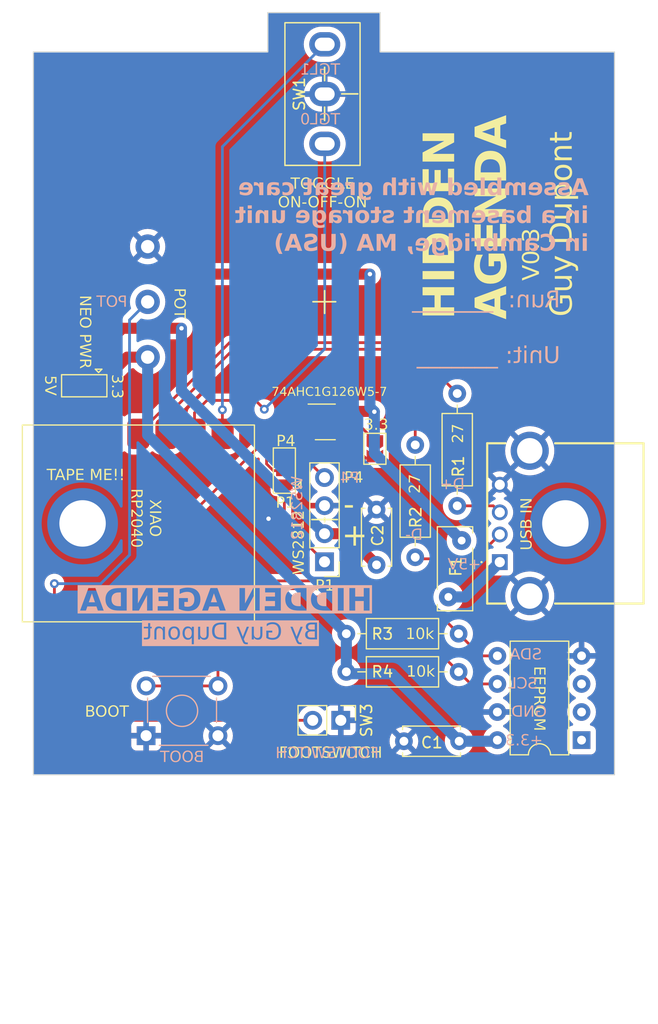
<source format=kicad_pcb>
(kicad_pcb (version 20221018) (generator pcbnew)
  (layers (0 "F.Cu" signal) (31 "B.Cu" signal) (34 "B.Paste" user) (35 "F.Paste" user) (36 "B.SilkS" user "B.Silkscreen") (37 "F.SilkS" user "F.Silkscreen") (38 "B.Mask" user) (39 "F.Mask" user) (44 "Edge.Cuts" user))
  (net 0 "")
  (net 1 "+5V")
  (net 2 "NEO_P1")
  (net 3 "GND")
  (net 4 "NEO")
  (net 5 "HOST_DM")
  (net 6 "HOST_DP")
  (net 7 "+3.3V")
  (net 8 "KNOB")
  (net 9 "SW_0")
  (net 10 "SW_1")
  (net 11 "SOFT_BOOT")
  (net 12 "FOOT_SW")
  (net 13 "SCL")
  (net 14 "NEO_3V")
  (net 15 "SDA")
  (net 16 "NEO_PWR")
  (net 17 "Net-(J1-V+)")
  (net 18 "NEO_P4")
  (net 19 "Net-(U1-PA6_A10_D10_MOSI)")
  (net 20 "Net-(U1-PA5_A9_D9_MISO)")
  (footprint "Jumper:SolderJumper-3_P1.3mm_Open_Pad1.0x1.5mm" (layer "F.Cu") (at 120.55 59.15 180)
    (fp_text reference "JP2" hide)
    (fp_text value "Jumper_3_Open")
    (fp_line (start -2.05 -1) (end 2.05 -1) (stroke (width 0.12)) (layer "F.SilkS"))
    (fp_line (start -2.05 1) (end -2.05 -1) (stroke (width 0.12)) (layer "F.SilkS"))
    (fp_line (start -1.6 1.5) (end -1 1.5) (stroke (width 0.12)) (layer "F.SilkS"))
    (fp_line (start -1.3 1.2) (end -1.6 1.5) (stroke (width 0.12)) (layer "F.SilkS"))
    (fp_line (start -1.3 1.2) (end -1 1.5) (stroke (width 0.12)) (layer "F.SilkS"))
    (fp_line (start 2.05 -1) (end 2.05 1) (stroke (width 0.12)) (layer "F.SilkS"))
    (fp_line (start 2.05 1) (end -2.05 1) (stroke (width 0.12)) (layer "F.SilkS"))
    (pad "1" smd rect (at -1.3 0 180) (size 1 1.5) (layers "F.Cu" "F.Mask") (net 7 "+3.3V"))
    (pad "2" smd rect (at 0 0 180) (size 1 1.5) (layers "F.Cu" "F.Mask") (net 16 "NEO_PWR"))
    (pad "3" smd rect (at 1.3 0 180) (size 1 1.5) (layers "F.Cu" "F.Mask") (net 1 "+5V"))
  )
  (footprint "Button_Switch_THT:GuitarPedalParts_SPDT" (layer "F.Cu") (at 142.3104 32.766 90)
    (fp_text reference "SW1" (at 0 -2.3 90 unlocked) (layer "F.SilkS"))
    (fp_text value "SW_SPDT")
    (fp_rect (start -6.45 -3.6) (end 6.45 3.2) (stroke (width 0.12)) (fill none) (layer "F.SilkS"))
    (fp_rect (start -6.45 -3.6) (end 6.45 3.2) (stroke (width 0.12)) (fill none) (layer "F.SilkS"))
    (pad "1" thru_hole oval (at -4.5 0 180) (size 2.8 2.2) (drill oval 1.8 1.2) (layers "*.Cu" "*.Mask") (net 9 "SW_0"))
    (pad "2" thru_hole oval (at 0 0 180) (size 2.8 2.2) (drill oval 1.8 1.2) (layers "*.Cu" "*.Mask") (net 3 "GND"))
    (pad "3" thru_hole oval (at 4.5 0 180) (size 2.8 2.2) (drill oval 1.8 1.2) (layers "*.Cu" "*.Mask") (net 10 "SW_1"))
  )
  (footprint "Package_TO_SOT_SMD:SOT-23-5_HandSoldering" (layer "F.Cu") (at 142.3632 62.418)
    (fp_text reference "U3" hide)
    (fp_text value "74AHC1G126W5-7")
    (fp_line (start -0.9 1.61) (end 0.9 1.61) (stroke (width 0.12)) (layer "F.SilkS"))
    (fp_line (start 0.9 -1.61) (end -1.55 -1.61) (stroke (width 0.12)) (layer "F.SilkS"))
    (pad "1" smd rect (at -1.35 -0.95) (size 1.56 0.65) (layers "F.Cu" "F.Paste" "F.Mask") (net 1 "+5V"))
    (pad "2" smd rect (at -1.35 0) (size 1.56 0.65) (layers "F.Cu" "F.Paste" "F.Mask") (net 14 "NEO_3V"))
    (pad "3" smd rect (at -1.35 0.95) (size 1.56 0.65) (layers "F.Cu" "F.Paste" "F.Mask") (net 3 "GND"))
    (pad "4" smd rect (at 1.35 0.95) (size 1.56 0.65) (layers "F.Cu" "F.Paste" "F.Mask") (net 4 "NEO"))
    (pad "5" smd rect (at 1.35 -0.95) (size 1.56 0.65) (layers "F.Cu" "F.Paste" "F.Mask") (net 1 "+5V"))
  )
  (footprint "Resistor_THT:R_Axial_DIN0207_L6.3mm_D2.5mm_P10.16mm_Horizontal" (layer "F.Cu") (at 154.425 85.025 180)
    (fp_text reference "R4" (at 6.9 0) (layer "F.SilkS"))
    (fp_text value "10k")
    (fp_line (start 1.04 0) (end 1.81 0) (stroke (width 0.12)) (layer "F.SilkS"))
    (fp_line (start 1.81 -1.37) (end 1.81 1.37) (stroke (width 0.12)) (layer "F.SilkS"))
    (fp_line (start 1.81 1.37) (end 8.35 1.37) (stroke (width 0.12)) (layer "F.SilkS"))
    (fp_line (start 8.35 -1.37) (end 1.81 -1.37) (stroke (width 0.12)) (layer "F.SilkS"))
    (fp_line (start 8.35 1.37) (end 8.35 -1.37) (stroke (width 0.12)) (layer "F.SilkS"))
    (fp_line (start 9.12 0) (end 8.35 0) (stroke (width 0.12)) (layer "F.SilkS"))
    (pad "1" thru_hole circle (at 0 0 180) (size 1.6 1.6) (drill 0.8) (layers "*.Cu" "*.Mask") (net 13 "SCL"))
    (pad "2" thru_hole oval (at 10.16 0 180) (size 1.6 1.6) (drill 0.8) (layers "*.Cu" "*.Mask") (net 7 "+3.3V"))
  )
  (footprint "Package_DIP:DIP-8_W7.62mm" (layer "F.Cu") (at 165.55 91.2 180)
    (fp_text reference "U2" hide)
    (fp_text value "24LC01")
    (fp_line (start 1.16 -1.33) (end 1.16 8.95) (stroke (width 0.12)) (layer "F.SilkS"))
    (fp_line (start 1.16 8.95) (end 6.46 8.95) (stroke (width 0.12)) (layer "F.SilkS"))
    (fp_line (start 2.81 -1.33) (end 1.16 -1.33) (stroke (width 0.12)) (layer "F.SilkS"))
    (fp_line (start 6.46 -1.33) (end 4.81 -1.33) (stroke (width 0.12)) (layer "F.SilkS"))
    (fp_line (start 6.46 8.95) (end 6.46 -1.33) (stroke (width 0.12)) (layer "F.SilkS"))
    (fp_arc (start 4.81 -1.33) (mid 3.81 -0.33) (end 2.81 -1.33) (stroke (width 0.12)) (layer "F.SilkS"))
    (pad "1" thru_hole rect (at 0 0 180) (size 1.6 1.6) (drill 0.8) (layers "*.Cu" "*.Mask"))
    (pad "2" thru_hole oval (at 0 2.54 180) (size 1.6 1.6) (drill 0.8) (layers "*.Cu" "*.Mask"))
    (pad "3" thru_hole oval (at 0 5.08 180) (size 1.6 1.6) (drill 0.8) (layers "*.Cu" "*.Mask"))
    (pad "4" thru_hole oval (at 0 7.62 180) (size 1.6 1.6) (drill 0.8) (layers "*.Cu" "*.Mask") (net 3 "GND"))
    (pad "5" thru_hole oval (at 7.62 7.62 180) (size 1.6 1.6) (drill 0.8) (layers "*.Cu" "*.Mask") (net 15 "SDA"))
    (pad "6" thru_hole oval (at 7.62 5.08 180) (size 1.6 1.6) (drill 0.8) (layers "*.Cu" "*.Mask") (net 13 "SCL"))
    (pad "7" thru_hole oval (at 7.62 2.54 180) (size 1.6 1.6) (drill 0.8) (layers "*.Cu" "*.Mask") (net 3 "GND"))
    (pad "8" thru_hole oval (at 7.62 0 180) (size 1.6 1.6) (drill 0.8) (layers "*.Cu" "*.Mask") (net 7 "+3.3V"))
  )
  (footprint "Resistor_THT:R_Axial_DIN0207_L6.3mm_D2.5mm_P10.16mm_Horizontal" (layer "F.Cu") (at 150.5 64.5 -90)
    (fp_text reference "R2" (at 6.55 -0.05 90) (layer "F.SilkS"))
    (fp_text value "27")
    (fp_line (start 1.04 0) (end 1.81 0) (stroke (width 0.12)) (layer "F.SilkS"))
    (fp_line (start 1.81 -1.37) (end 1.81 1.37) (stroke (width 0.12)) (layer "F.SilkS"))
    (fp_line (start 1.81 1.37) (end 8.35 1.37) (stroke (width 0.12)) (layer "F.SilkS"))
    (fp_line (start 8.35 -1.37) (end 1.81 -1.37) (stroke (width 0.12)) (layer "F.SilkS"))
    (fp_line (start 8.35 1.37) (end 8.35 -1.37) (stroke (width 0.12)) (layer "F.SilkS"))
    (fp_line (start 9.12 0) (end 8.35 0) (stroke (width 0.12)) (layer "F.SilkS"))
    (pad "1" thru_hole circle (at 0 0 270) (size 1.6 1.6) (drill 0.8) (layers "*.Cu" "*.Mask") (net 20 "Net-(U1-PA5_A9_D9_MISO)"))
    (pad "2" thru_hole oval (at 10.16 0 270) (size 1.6 1.6) (drill 0.8) (layers "*.Cu" "*.Mask") (net 5 "HOST_DM"))
  )
  (footprint "Capacitor_THT:C_Disc_D5.0mm_W2.5mm_P5.00mm" (layer "F.Cu") (at 154.475 91.3 180)
    (fp_text reference "C1" (at 2.475 -0.125) (layer "F.SilkS"))
    (fp_text value "C")
    (fp_line (start -0.12 -1.37) (end -0.12 -1.055) (stroke (width 0.12)) (layer "F.SilkS"))
    (fp_line (start -0.12 -1.37) (end 5.12 -1.37) (stroke (width 0.12)) (layer "F.SilkS"))
    (fp_line (start -0.12 1.055) (end -0.12 1.37) (stroke (width 0.12)) (layer "F.SilkS"))
    (fp_line (start -0.12 1.37) (end 5.12 1.37) (stroke (width 0.12)) (layer "F.SilkS"))
    (fp_line (start 5.12 -1.37) (end 5.12 -1.055) (stroke (width 0.12)) (layer "F.SilkS"))
    (fp_line (start 5.12 1.055) (end 5.12 1.37) (stroke (width 0.12)) (layer "F.SilkS"))
    (pad "1" thru_hole circle (at 0 0 180) (size 1.6 1.6) (drill 0.8) (layers "*.Cu" "*.Mask") (net 7 "+3.3V"))
    (pad "2" thru_hole circle (at 5 0 180) (size 1.6 1.6) (drill 0.8) (layers "*.Cu" "*.Mask") (net 3 "GND"))
  )
  (footprint "Potentiometer_THT:B5K_Potentiometer" (layer "F.Cu") (at 126.2888 51.562 -90)
    (fp_text reference "RV1" hide)
    (fp_text value "R_Potentiometer")
    (pad "1" thru_hole circle (at 5 0 270) (size 2.2 2.2) (drill 1.2) (layers "*.Cu" "*.Mask") (net 7 "+3.3V"))
    (pad "2" thru_hole circle (at 0 0 270) (size 2.2 2.2) (drill 1.2) (layers "*.Cu" "*.Mask") (net 8 "KNOB"))
    (pad "3" thru_hole circle (at -5 0 270) (size 2.2 2.2) (drill 1.2) (layers "*.Cu" "*.Mask") (net 3 "GND"))
  )
  (footprint "Fuse:Fuse_Bourns_MF-RHT050" (layer "F.Cu") (at 153.5 78.25 90)
    (fp_text reference "F1" (at 2.75 0.675 90) (layer "F.SilkS"))
    (fp_text value "Polyfuse")
    (fp_line (start -1.251 -1) (end -1.251 2.2) (stroke (width 0.12)) (layer "F.SilkS"))
    (fp_line (start -1.251 -1) (end -0.689 -1) (stroke (width 0.12)) (layer "F.SilkS"))
    (fp_line (start -1.251 2.2) (end 4.412 2.2) (stroke (width 0.12)) (layer "F.SilkS"))
    (fp_line (start 0.689 -1) (end 6.35 -1) (stroke (width 0.12)) (layer "F.SilkS"))
    (fp_line (start 5.789 2.2) (end 6.35 2.2) (stroke (width 0.12)) (layer "F.SilkS"))
    (fp_line (start 6.35 -1) (end 6.35 2.2) (stroke (width 0.12)) (layer "F.SilkS"))
    (pad "1" thru_hole circle (at 0 0 90) (size 1.71 1.71) (drill 0.71) (layers "*.Cu" "*.Mask") (net 17 "Net-(J1-V+)"))
    (pad "2" thru_hole circle (at 5.1 1.2 90) (size 1.71 1.71) (drill 0.71) (layers "*.Cu" "*.Mask") (net 1 "+5V"))
  )
  (footprint "Resistor_THT:R_Axial_DIN0207_L6.3mm_D2.5mm_P10.16mm_Horizontal" (layer "F.Cu") (at 154.3 59.85 -90)
    (fp_text reference "R1" (at 6.6 -0.1 90) (layer "F.SilkS"))
    (fp_text value "27")
    (fp_line (start 1.04 0) (end 1.81 0) (stroke (width 0.12)) (layer "F.SilkS"))
    (fp_line (start 1.81 -1.37) (end 1.81 1.37) (stroke (width 0.12)) (layer "F.SilkS"))
    (fp_line (start 1.81 1.37) (end 8.35 1.37) (stroke (width 0.12)) (layer "F.SilkS"))
    (fp_line (start 8.35 -1.37) (end 1.81 -1.37) (stroke (width 0.12)) (layer "F.SilkS"))
    (fp_line (start 8.35 1.37) (end 8.35 -1.37) (stroke (width 0.12)) (layer "F.SilkS"))
    (fp_line (start 9.12 0) (end 8.35 0) (stroke (width 0.12)) (layer "F.SilkS"))
    (pad "1" thru_hole circle (at 0 0 270) (size 1.6 1.6) (drill 0.8) (layers "*.Cu" "*.Mask") (net 19 "Net-(U1-PA6_A10_D10_MOSI)"))
    (pad "2" thru_hole oval (at 10.16 0 270) (size 1.6 1.6) (drill 0.8) (layers "*.Cu" "*.Mask") (net 6 "HOST_DP"))
  )
  (footprint "Resistor_THT:R_Axial_DIN0207_L6.3mm_D2.5mm_P10.16mm_Horizontal" (layer "F.Cu") (at 154.425 81.575 180)
    (fp_text reference "R3" (at 6.9 -0.025) (layer "F.SilkS"))
    (fp_text value "10k")
    (fp_line (start 1.04 0) (end 1.81 0) (stroke (width 0.12)) (layer "F.SilkS"))
    (fp_line (start 1.81 -1.37) (end 1.81 1.37) (stroke (width 0.12)) (layer "F.SilkS"))
    (fp_line (start 1.81 1.37) (end 8.35 1.37) (stroke (width 0.12)) (layer "F.SilkS"))
    (fp_line (start 8.35 -1.37) (end 1.81 -1.37) (stroke (width 0.12)) (layer "F.SilkS"))
    (fp_line (start 8.35 1.37) (end 8.35 -1.37) (stroke (width 0.12)) (layer "F.SilkS"))
    (fp_line (start 9.12 0) (end 8.35 0) (stroke (width 0.12)) (layer "F.SilkS"))
    (pad "1" thru_hole circle (at 0 0 180) (size 1.6 1.6) (drill 0.8) (layers "*.Cu" "*.Mask") (net 15 "SDA"))
    (pad "2" thru_hole oval (at 10.16 0 180) (size 1.6 1.6) (drill 0.8) (layers "*.Cu" "*.Mask") (net 7 "+3.3V"))
  )
  (footprint "Jumper:SolderJumper-3_P1.3mm_Open_Pad1.0x1.5mm" (layer "F.Cu") (at 138.6575 66.825 90)
    (fp_text reference "JP1" hide)
    (fp_text value "Jumper_3_Open")
    (fp_line (start -2.05 -1) (end 2.05 -1) (stroke (width 0.12)) (layer "F.SilkS"))
    (fp_line (start -2.05 1) (end -2.05 -1) (stroke (width 0.12)) (layer "F.SilkS"))
    (fp_line (start -1.6 1.5) (end -1 1.5) (stroke (width 0.12)) (layer "F.SilkS"))
    (fp_line (start -1.3 1.2) (end -1.6 1.5) (stroke (width 0.12)) (layer "F.SilkS"))
    (fp_line (start -1.3 1.2) (end -1 1.5) (stroke (width 0.12)) (layer "F.SilkS"))
    (fp_line (start 2.05 -1) (end 2.05 1) (stroke (width 0.12)) (layer "F.SilkS"))
    (fp_line (start 2.05 1) (end -2.05 1) (stroke (width 0.12)) (layer "F.SilkS"))
    (pad "1" smd rect (at -1.3 0 90) (size 1 1.5) (layers "F.Cu" "F.Mask") (net 2 "NEO_P1"))
    (pad "2" smd rect (at 0 0 90) (size 1 1.5) (layers "F.Cu" "F.Mask") (net 4 "NEO"))
    (pad "3" smd rect (at 1.3 0 90) (size 1 1.5) (layers "F.Cu" "F.Mask") (net 18 "NEO_P4"))
  )
  (footprint "Connector_USB:100200101000" (layer "F.Cu") (at 158.15 75.1 90)
    (fp_text reference "J1" hide)
    (fp_text value "1002-001-01000" hide)
    (fp_line (start -3.75 -1.14) (end 10.75 -1.14) (stroke (width 0.2)) (layer "F.SilkS"))
    (fp_line (start -3.75 0.51) (end -3.75 -1.14) (stroke (width 0.2)) (layer "F.SilkS"))
    (fp_line (start -3.75 5.01) (end -3.75 13.01) (stroke (width 0.2)) (layer "F.SilkS"))
    (fp_line (start -3.75 13.01) (end 10.75 13.01) (stroke (width 0.2)) (layer "F.SilkS"))
    (fp_line (start 0 -1.7) (end 0 -1.7) (stroke (width 0.1)) (layer "F.SilkS"))
    (fp_line (start 0 -1.6) (end 0 -1.6) (stroke (width 0.1)) (layer "F.SilkS"))
    (fp_line (start 10.75 -1.14) (end 10.75 0.51) (stroke (width 0.2)) (layer "F.SilkS"))
    (fp_line (start 10.75 13.01) (end 10.75 5.01) (stroke (width 0.2)) (layer "F.SilkS"))
    (fp_arc (start 0 -1.7) (mid 0.05 -1.65) (end 0 -1.6) (stroke (width 0.1)) (layer "F.SilkS"))
    (fp_arc (start 0 -1.6) (mid -0.05 -1.65) (end 0 -1.7) (stroke (width 0.1)) (layer "F.SilkS"))
    (pad "1" thru_hole rect (at 0 0 90) (size 1.431 1.431) (drill 0.92) (layers "*.Cu" "*.Mask") (net 17 "Net-(J1-V+)"))
    (pad "2" thru_hole circle (at 2.5 0 90) (size 1.431 1.431) (drill 0.92) (layers "*.Cu" "*.Mask") (net 5 "HOST_DM"))
    (pad "3" thru_hole circle (at 4.5 0 90) (size 1.431 1.431) (drill 0.92) (layers "*.Cu" "*.Mask") (net 6 "HOST_DP"))
    (pad "4" thru_hole circle (at 7 0 90) (size 1.431 1.431) (drill 0.92) (layers "*.Cu" "*.Mask") (net 3 "GND"))
    (pad "MH1" thru_hole circle (at -3.07 2.71 90) (size 3.45 3.45) (drill 2.3) (layers "*.Cu" "*.Mask") (net 3 "GND"))
    (pad "MH2" thru_hole circle (at 10.07 2.71 90) (size 3.45 3.45) (drill 2.3) (layers "*.Cu" "*.Mask") (net 3 "GND"))
  )
  (footprint "Connector_PinHeader_2.54mm:PinHeader_1x02_P2.54mm_Vertical" (layer "F.Cu") (at 143.764 89.408 -90)
    (fp_text reference "SW3" (at 0 -2.33 90) (layer "F.SilkS"))
    (fp_text value "Footswitch")
    (fp_line (start -1.33 -1.33) (end 0 -1.33) (stroke (width 0.12)) (layer "F.SilkS"))
    (fp_line (start -1.33 0) (end -1.33 -1.33) (stroke (width 0.12)) (layer "F.SilkS"))
    (fp_line (start -1.33 1.27) (end -1.33 3.87) (stroke (width 0.12)) (layer "F.SilkS"))
    (fp_line (start -1.33 1.27) (end 1.33 1.27) (stroke (width 0.12)) (layer "F.SilkS"))
    (fp_line (start -1.33 3.87) (end 1.33 3.87) (stroke (width 0.12)) (layer "F.SilkS"))
    (fp_line (start 1.33 1.27) (end 1.33 3.87) (stroke (width 0.12)) (layer "F.SilkS"))
    (pad "1" thru_hole rect (at 0 0 270) (size 1.7 1.7) (drill 1) (layers "*.Cu" "*.Mask") (net 3 "GND"))
    (pad "2" thru_hole oval (at 0 2.54 270) (size 1.7 1.7) (drill 1) (layers "*.Cu" "*.Mask") (net 12 "FOOT_SW"))
  )
  (footprint "Capacitor_THT:C_Disc_D5.0mm_W2.5mm_P5.00mm" (layer "F.Cu") (at 147 75.35 90)
    (fp_text reference "C2" (at 2.65 0.1 90) (layer "F.SilkS"))
    (fp_text value "C")
    (fp_line (start -0.12 -1.37) (end -0.12 -1.055) (stroke (width 0.12)) (layer "F.SilkS"))
    (fp_line (start -0.12 -1.37) (end 5.12 -1.37) (stroke (width 0.12)) (layer "F.SilkS"))
    (fp_line (start -0.12 1.055) (end -0.12 1.37) (stroke (width 0.12)) (layer "F.SilkS"))
    (fp_line (start -0.12 1.37) (end 5.12 1.37) (stroke (width 0.12)) (layer "F.SilkS"))
    (fp_line (start 5.12 -1.37) (end 5.12 -1.055) (stroke (width 0.12)) (layer "F.SilkS"))
    (fp_line (start 5.12 1.055) (end 5.12 1.37) (stroke (width 0.12)) (layer "F.SilkS"))
    (pad "1" thru_hole circle (at 0 0 90) (size 1.6 1.6) (drill 0.8) (layers "*.Cu" "*.Mask") (net 16 "NEO_PWR"))
    (pad "2" thru_hole circle (at 5 0 90) (size 1.6 1.6) (drill 0.8) (layers "*.Cu" "*.Mask") (net 3 "GND"))
  )
  (footprint "XIAO:MOUDLE14P-SMD-2.54-21X17.8MM" (layer "F.Cu") (at 135.95 80.5 90)
    (fp_text reference "U1" hide)
    (fp_text value "MOUDLE-SEEEDUINO-XIAO")
    (fp_rect (start 0 -21) (end 17.8 0) (stroke (width 0.12)) (fill none) (layer "F.SilkS"))
    (pad "1" smd roundrect (at 0.835 -18.12 90) (size 2.75 2) (layers "F.Cu" "F.Paste" "F.Mask") (net 8 "KNOB"))
    (pad "2" smd roundrect (at 0.835 -15.58 90) (size 2.75 2) (layers "F.Cu" "F.Paste" "F.Mask"))
    (pad "3" smd roundrect (at 0.835 -13.04 90) (size 2.75 2) (layers "F.Cu" "F.Paste" "F.Mask") (net 12 "FOOT_SW"))
    (pad "4" smd roundrect (at 0.835 -10.5 90) (size 2.75 2) (layers "F.Cu" "F.Paste" "F.Mask") (net 14 "NEO_3V"))
    (pad "5" smd roundrect (at 0.835 -7.96 90) (size 2.75 2) (layers "F.Cu" "F.Paste" "F.Mask") (net 15 "SDA"))
    (pad "6" smd roundrect (at 0.835 -5.42 90) (size 2.75 2) (layers "F.Cu" "F.Paste" "F.Mask") (net 13 "SCL"))
    (pad "7" smd roundrect (at 0.835 -2.88 90) (size 2.75 2) (layers "F.Cu" "F.Paste" "F.Mask") (net 11 "SOFT_BOOT"))
    (pad "8" smd roundrect (at 17 -2.88 90) (size 2.75 2) (layers "F.Cu" "F.Paste" "F.Mask") (net 10 "SW_1"))
    (pad "9" smd roundrect (at 17 -5.42 90) (size 2.75 2) (layers "F.Cu" "F.Paste" "F.Mask") (net 9 "SW_0"))
    (pad "10" smd roundrect (at 17 -7.96 90) (size 2.75 2) (layers "F.Cu" "F.Paste" "F.Mask") (net 20 "Net-(U1-PA5_A9_D9_MISO)"))
    (pad "11" smd roundrect (at 17 -10.5 90) (size 2.75 2) (layers "F.Cu" "F.Paste" "F.Mask") (net 19 "Net-(U1-PA6_A10_D10_MOSI)"))
    (pad "12" smd roundrect (at 17 -13.04 90) (size 2.75 2) (layers "F.Cu" "F.Paste" "F.Mask") (net 7 "+3.3V"))
    (pad "13" smd roundrect (at 17 -15.58 90) (size 2.75 2) (layers "F.Cu" "F.Paste" "F.Mask") (net 3 "GND"))
    (pad "14" smd roundrect (at 17 -18.12 90) (size 2.75 2) (layers "F.Cu" "F.Paste" "F.Mask") (net 1 "+5V"))
  )
  (footprint "Connector_PinHeader_2.54mm:PinHeader_1x04_P2.54mm_Vertical" (layer "F.Cu") (at 142.2908 75.0724 180)
    (fp_text reference "D1" hide)
    (fp_text value "WS2812B")
    (fp_line (start -1.33 -1.33) (end 0 -1.33) (stroke (width 0.12)) (layer "F.SilkS"))
    (fp_line (start -1.33 0) (end -1.33 -1.33) (stroke (width 0.12)) (layer "F.SilkS"))
    (fp_line (start -1.33 1.27) (end -1.33 8.95) (stroke (width 0.12)) (layer "F.SilkS"))
    (fp_line (start -1.33 1.27) (end 1.33 1.27) (stroke (width 0.12)) (layer "F.SilkS"))
    (fp_line (start -1.33 8.95) (end 1.33 8.95) (stroke (width 0.12)) (layer "F.SilkS"))
    (fp_line (start 1.33 1.27) (end 1.33 8.95) (stroke (width 0.12)) (layer "F.SilkS"))
    (pad "1" thru_hole rect (at 0 0 180) (size 1.7 1.7) (drill 1) (layers "*.Cu" "*.Mask") (net 2 "NEO_P1"))
    (pad "2" thru_hole oval (at 0 2.54 180) (size 1.7 1.7) (drill 1) (layers "*.Cu" "*.Mask") (net 16 "NEO_PWR"))
    (pad "3" thru_hole oval (at 0 5.08 180) (size 1.7 1.7) (drill 1) (layers "*.Cu" "*.Mask") (net 3 "GND"))
    (pad "4" thru_hole oval (at 0 7.62 180) (size 1.7 1.7) (drill 1) (layers "*.Cu" "*.Mask") (net 18 "NEO_P4"))
  )
  (footprint "Jumper:SolderJumper-2_P1.3mm_Open_TrianglePad1.0x1.5mm" (layer "F.Cu") (at 146.85 64.85 -90)
    (fp_text reference "JP3" hide)
    (fp_text value "Jumper_2_Open")
    (fp_line (start -1.4 -1) (end 1.4 -1) (stroke (width 0.12)) (layer "F.SilkS"))
    (fp_line (start -1.4 1) (end -1.4 -1) (stroke (width 0.12)) (layer "F.SilkS"))
    (fp_line (start 1.4 -1) (end 1.4 1) (stroke (width 0.12)) (layer "F.SilkS"))
    (fp_line (start 1.4 1) (end -1.4 1) (stroke (width 0.12)) (layer "F.SilkS"))
    (pad "1" smd custom (at -0.725 0 270) (size 0.3 0.3) (layers "F.Cu" "F.Mask") (net 14 "NEO_3V") (options (clearance outline) (anchor rect)) (primitives (gr_poly (pts (xy 1 0) (xy 0.5 0.75) (xy -0.5 0.75) (xy -0.5 -0.75) (xy 0.5 -0.75)) (width 0) (fill yes))))
    (pad "2" smd custom (at 0.725 0 270) (size 0.3 0.3) (layers "F.Cu" "F.Mask") (net 4 "NEO") (options (clearance outline) (anchor rect)) (primitives (gr_poly (pts (xy 0.5 0.75) (xy -0.65 0.75) (xy -0.15 0) (xy -0.65 -0.75) (xy 0.5 -0.75)) (width 0) (fill yes))))
  )
  (footprint "MountingHole:MountingHole_4.3mm_M4_DIN965_Pad_TopOnly" (layer "B.Cu") (at 120.4 71.6 180)
    (fp_text reference "REF**" hide)
    (fp_text value "MountingHole_4.3mm_M4_DIN965_Pad_TopOnly" hide)
    (pad "1" thru_hole circle (at 0 0 180) (size 4.7 4.7) (drill 4.2) (layers "*.Cu" "*.Mask"))
    (pad "1" connect circle (at 0 0 180) (size 6.4 6.4) (layers "B.Cu" "B.Mask"))
  )
  (footprint "Button_Switch_THT:SW_TH_Tactile_Omron_B3F-10xx" (layer "B.Cu") (at 126.15 90.8)
    (fp_text reference "SW2" hide)
    (fp_text value "Boot Btn")
    (fp_line (start 0.13 -3.4) (end 0.13 -1.2) (stroke (width 0.12)) (layer "B.SilkS"))
    (fp_line (start 0.6 -5.37) (end 5.8 -5.37) (stroke (width 0.12)) (layer "B.SilkS"))
    (fp_line (start 1.2 0.87) (end 5.6 0.87) (stroke (width 0.12)) (layer "B.SilkS"))
    (fp_line (start 6.37 -1.2) (end 6.37 -3.4) (stroke (width 0.12)) (layer "B.SilkS"))
    (fp_circle (center 3.25 -2.25) (end 4.25 -3.25) (stroke (width 0.12)) (fill none) (layer "B.SilkS"))
    (pad "1" thru_hole rect (at 0 0) (size 1.7 1.7) (drill 1) (layers "*.Cu" "*.Mask") (net 3 "GND"))
    (pad "1" thru_hole circle (at 6.5 0) (size 1.7 1.7) (drill 1) (layers "*.Cu" "*.Mask") (net 3 "GND"))
    (pad "2" thru_hole circle (at 0 -4.5) (size 1.7 1.7) (drill 1) (layers "*.Cu" "*.Mask") (net 11 "SOFT_BOOT"))
    (pad "2" thru_hole circle (at 6.5 -4.5) (size 1.7 1.7) (drill 1) (layers "*.Cu" "*.Mask") (net 11 "SOFT_BOOT"))
  )
  (footprint "MountingHole:MountingHole_4.3mm_M4_DIN965_Pad_TopOnly" (layer "B.Cu") (at 164.085 71.6 180)
    (fp_text reference "REF**" hide)
    (fp_text value "MountingHole_4.3mm_M4_DIN965_Pad_TopOnly" hide)
    (pad "1" thru_hole circle (at 0 0 180) (size 4.7 4.7) (drill 4.2) (layers "*.Cu" "*.Mask"))
    (pad "1" connect circle (at 0 0 180) (size 6.4 6.4) (layers "B.Cu" "B.Mask"))
  )
  (gr_line (start 141.25 51.55) (end 143.3 51.55) (stroke (width 0.15)) (layer "F.SilkS"))
  (gr_line (start 142.3 71.1) (end 142.3 71.45) (stroke (width 0.15)) (layer "F.SilkS"))
  (gr_line (start 142.3 30.35) (end 142.3 31.55) (stroke (width 0.15)) (layer "F.SilkS"))
  (gr_line (start 143.45 71.25) (end 141.15 71.25) (stroke (width 0.15)) (layer "F.SilkS"))
  (gr_line (start 142.3 33.95) (end 142.3 35.15) (stroke (width 0.15)) (layer "F.SilkS"))
  (gr_line (start 143.85 32.75) (end 145.3 32.75) (stroke (width 0.15)) (layer "F.SilkS"))
  (gr_line (start 142.3 50.55) (end 142.3 52.6) (stroke (width 0.15)) (layer "F.SilkS"))
  (gr_line (start 147.32 25.4) (end 137.16 25.4) (stroke (width 0.1)) (layer "Edge.Cuts"))
  (gr_line (start 168.529 94.3356) (end 115.951 94.3356) (stroke (width 0.1)) (layer "Edge.Cuts"))
  (gr_line (start 137.16 25.4) (end 137.16 28.956) (stroke (width 0.1)) (layer "Edge.Cuts"))
  (gr_line (start 147.32 28.956) (end 147.32 25.4) (stroke (width 0.1)) (layer "Edge.Cuts"))
  (gr_line (start 168.529 28.956) (end 147.32 28.956) (stroke (width 0.1)) (layer "Edge.Cuts"))
  (gr_line (start 168.529 28.956) (end 168.529 94.3356) (stroke (width 0.1)) (layer "Edge.Cuts"))
  (gr_line (start 137.16 28.956) (end 115.951 28.956) (stroke (width 0.1)) (layer "Edge.Cuts"))
  (gr_line (start 115.951 94.3356) (end 115.951 28.956) (stroke (width 0.1)) (layer "Edge.Cuts"))
  (gr_text "D-" (at 151.175 73.25) (layer "B.SilkS") (effects (font (size 1 1)) (justify left bottom mirror)))
  (gr_text "P4" (at 145.425 68.1) (layer "B.SilkS") (effects (font (size 1 1)) (justify left bottom mirror)))
  (gr_text "By Guy Dupont" (at 141.825 82.35) (layer "B.SilkS" knockout) (effects (font (size 1.5 1.5) (thickness 0.1875) italic) (justify left bottom mirror)))
  (gr_text "HIDDEN AGENDA" (at 146.625 79.825) (layer "B.SilkS" knockout) (effects (font (size 2 2) (thickness 0.3) bold italic) (justify left bottom mirror)))
  (gr_text "GND" (at 162.4 89.25) (layer "B.SilkS") (effects (font (size 1 1)) (justify left bottom mirror)))
  (gr_text "BOOT" (at 129.4 93.35) (layer "B.SilkS") (effects (font (size 1 1)) (justify bottom mirror)))
  (gr_text "+3.3" (at 162.05 91.85) (layer "B.SilkS") (effects (font (size 1 1)) (justify left bottom mirror)))
  (gr_text "TGL1" (at 143.7 31.175) (layer "B.SilkS") (effects (font (size 1 1)) (justify left bottom mirror)))
  (gr_text "D+" (at 154.975 68.675) (layer "B.SilkS") (effects (font (size 1 1)) (justify left bottom mirror)))
  (gr_text "SDA\n" (at 161.95 84.075) (layer "B.SilkS") (effects (font (size 1 1)) (justify left bottom mirror)))
  (gr_text "Assembled with great care\nin a basement storage unit\nin Cambridge, MA (USA)" (at 166.2 47.2) (layer "B.SilkS") (effects (font (size 1.5 1.5) (thickness 0.3) bold) (justify left bottom mirror)))
  (gr_text "WS2812" (at 140.45 67.3 90) (layer "B.SilkS") (effects (font (size 1 1)) (justify left bottom mirror)))
  (gr_text "FOOTSWITCH" (at 147.2 93) (layer "B.SilkS") (effects (font (size 1 1)) (justify left bottom mirror)))
  (gr_text "TGL0" (at 143.7 35.675) (layer "B.SilkS") (effects (font (size 1 1)) (justify left bottom mirror)))
  (gr_text "SCL" (at 161.55 86.7) (layer "B.SilkS") (effects (font (size 1 1)) (justify left bottom mirror)))
  (gr_text "POT" (at 124.45 52.175) (layer "B.SilkS") (effects (font (size 1 1)) (justify left bottom mirror)))
  (gr_text "Run:  _______\n \nUnit: _______" (at 163.625 57.35) (layer "B.SilkS") (effects (font (size 1.5 1.5)) (justify left bottom mirror)))
  (gr_text "+5V" (at 156.45 75.925) (layer "B.SilkS") (effects (font (size 1 1)) (justify left bottom mirror)))
  (gr_text "74AHC1G126W5-7" (at 137.5 60.2) (layer "F.SilkS") (effects (font (size 0.8 0.8)) (justify left bottom)))
  (gr_text "HIDDEN \nAGENDA" (at 159.2 53.15 90) (layer "F.SilkS") (effects (font (size 2.8 2.8) (thickness 0.2) bold italic) (justify left bottom)))
  (gr_text "27" (at 155 64.35 90) (layer "F.SilkS") (effects (font (size 1 1)) (justify left bottom)))
  (gr_text "10k" (at 149.7 85.625) (layer "F.SilkS") (effects (font (size 1 1)) (justify left bottom)))
  (gr_text "27" (at 151.1 68.9 90) (layer "F.SilkS") (effects (font (size 1 1)) (justify left bottom)))
  (gr_text "3.3" (at 122.9 58.1 270) (layer "F.SilkS") (effects (font (size 1 1)) (justify left bottom)))
  (gr_text "NEO PWR" (at 120 50.95 -90) (layer "F.SilkS") (effects (font (size 1 1)) (justify left bottom)))
  (gr_text "+" (at 143.85 73.95) (layer "F.SilkS") (effects (font (size 2 2)) (justify left bottom)))
  (gr_text "10k" (at 149.625 82.225) (layer "F.SilkS") (effects (font (size 1 1)) (justify left bottom)))
  (gr_text "P4" (at 144.072 68.072) (layer "F.SilkS") (effects (font (size 1 1)) (justify left bottom)))
  (gr_text "V0.3" (at 161.95 49.65 90) (layer "F.SilkS") (effects (font (size 1.5 1.5) (thickness 0.375)) (justify left bottom)))
  (gr_text "P4" (at 137.925 64.775) (layer "F.SilkS") (effects (font (size 1 1)) (justify left bottom)))
  (gr_text "BOOT" (at 122.6 89.25) (layer "F.SilkS") (effects (font (size 1 1)) (justify bottom)))
  (gr_text "USB IN" (at 161.197979 74.041 90) (layer "F.SilkS") (effects (font (size 1 1)) (justify left bottom)))
  (gr_text "Guy Dupont" (at 165.001 52.909 90) (layer "F.SilkS") (effects (font (size 2 2) (thickness 0.25) italic) (justify left bottom)))
  (gr_text "5V" (at 116.85 58.2 -90) (layer "F.SilkS") (effects (font (size 1 1)) (justify left bottom)))
  (gr_text "FOOTSWITCH" (at 138.176 92.964) (layer "F.SilkS") (effects (font (size 1 1)) (justify left bottom)))
  (gr_text "POT" (at 128.55 50.292 -90) (layer "F.SilkS") (effects (font (size 1 1)) (justify left bottom)))
  (gr_text "TOGGLE\nON-OFF-ON" (at 142.113 43.18) (layer "F.SilkS") (effects (font (size 1 1)) (justify bottom)))
  (gr_text "P1" (at 137.875 70.35) (layer "F.SilkS") (effects (font (size 1 1)) (justify left bottom)))
  (gr_text "-" (at 145 68.95 180) (layer "F.SilkS") (effects (font (size 2 2)) (justify left bottom)))
  (gr_text "TAPE ME!!" (at 117.15 67.85) (layer "F.SilkS") (effects (font (size 1 1)) (justify left bottom)))
  (gr_text "EEPROM" (at 161.1 84.5 -90) (layer "F.SilkS") (effects (font (size 1 1)) (justify left bottom)))
  (gr_text "P1" (at 141.45 77.85) (layer "F.SilkS") (effects (font (size 1 1)) (justify left bottom)))
  (gr_text "WS2812" (at 140.589 76.225 90) (layer "F.SilkS") (effects (font (size 1 1)) (justify left bottom)))
  (gr_text "XIAO\nRP2040" (at 124.65 71.12 -90) (layer "F.SilkS") (effects (font (size 1 1)) (justify bottom)))
  (gr_text "3.3" (at 145.85 63.3) (layer "F.SilkS") (effects (font (size 1 1)) (justify left bottom)))
  (segment (start 124.855215 49.05) (end 146.4 49.05) (width 1) (layer "F.Cu") (net 1))
  (segment (start 119.25 60.85) (end 117.83 62.27) (width 1) (layer "F.Cu") (net 1))
  (segment (start 119.25 54.655215) (end 124.855215 49.05) (width 1) (layer "F.Cu") (net 1))
  (segment (start 117.83 62.27) (end 117.83 63.5) (width 1) (layer "F.Cu") (net 1))
  (segment (start 143.6382 61.393) (end 141.0132 61.393) (width 1) (layer "F.Cu") (net 1))
  (segment (start 143.7132 61.468) (end 146.768 61.468) (width 1) (layer "F.Cu") (net 1))
  (segment (start 143.7132 61.468) (end 143.6382 61.393) (width 1) (layer "F.Cu") (net 1))
  (segment (start 119.25 59.15) (end 119.25 60.85) (width 1) (layer "F.Cu") (net 1))
  (segment (start 146.768 61.468) (end 146.8 61.5) (width 1) (layer "F.Cu") (net 1))
  (segment (start 119.25 59.15) (end 119.25 54.655215) (width 1) (layer "F.Cu") (net 1))
  (via (at 146.8 61.5) (size 0.8) (drill 0.4) (layers "F.Cu" "B.Cu") (net 1))
  (via (at 146.4 49.05) (size 0.8) (drill 0.4) (layers "F.Cu" "B.Cu") (net 1))
  (segment (start 146.8 65.25) (end 154.7 73.15) (width 1) (layer "B.Cu") (net 1))
  (segment (start 146.8 61.5) (end 146.8 65.25) (width 1) (layer "B.Cu") (net 1))
  (segment (start 146.4 49.05) (end 146.4 61.1) (width 1) (layer "B.Cu") (net 1))
  (segment (start 146.4 61.1) (end 146.8 61.5) (width 1) (layer "B.Cu") (net 1))
  (segment (start 138.6575 68.125) (end 138.6575 71.4391) (width 0.25) (layer "F.Cu") (net 2))
  (segment (start 138.6575 71.4391) (end 142.2908 75.0724) (width 0.25) (layer "F.Cu") (net 2))
  (via (at 137.225 71.175) (size 0.8) (drill 0.4) (layers "F.Cu" "B.Cu") (net 3))
  (segment (start 137.05 66.2175) (end 137.6575 66.825) (width 0.25) (layer "F.Cu") (net 4))
  (segment (start 146.725 65.7) (end 146.025 65.7) (width 0.25) (layer "F.Cu") (net 4))
  (segment (start 137.05 65.175) (end 137.05 66.2175) (width 0.25) (layer "F.Cu") (net 4))
  (segment (start 146.025 65.7) (end 143.7132 63.3882) (width 0.25) (layer "F.Cu") (net 4))
  (segment (start 143.7132 63.3882) (end 143.7132 63.368) (width 0.25) (layer "F.Cu") (net 4))
  (segment (start 143.0632 64.018) (end 138.207 64.018) (width 0.25) (layer "F.Cu") (net 4))
  (segment (start 137.6575 66.825) (end 138.6575 66.825) (width 0.25) (layer "F.Cu") (net 4))
  (segment (start 146.85 65.575) (end 146.725 65.7) (width 0.25) (layer "F.Cu") (net 4))
  (segment (start 143.7132 63.368) (end 143.0632 64.018) (width 0.25) (layer "F.Cu") (net 4))
  (segment (start 138.207 64.018) (end 137.05 65.175) (width 0.25) (layer "F.Cu") (net 4))
  (segment (start 155.947 74.803) (end 158.15 72.6) (width 0.25) (layer "F.Cu") (net 5))
  (segment (start 150.5 74.66) (end 150.643 74.803) (width 0.25) (layer "F.Cu") (net 5))
  (segment (start 150.643 74.803) (end 155.947 74.803) (width 0.25) (layer "F.Cu") (net 5))
  (segment (start 154.3 70.01) (end 157.56 70.01) (width 0.25) (layer "F.Cu") (net 6))
  (segment (start 157.56 70.01) (end 158.15 70.6) (width 0.25) (layer "F.Cu") (net 6))
  (segment (start 122.91 60.21) (end 122.91 63.5) (width 1) (layer "F.Cu") (net 7))
  (segment (start 126.2888 56.562) (end 124.438 56.562) (width 1) (layer "F.Cu") (net 7))
  (segment (start 124.438 56.562) (end 121.85 59.15) (width 1) (layer "F.Cu") (net 7))
  (segment (start 121.85 59.15) (end 122.91 60.21) (width 1) (layer "F.Cu") (net 7))
  (segment (start 148.375 85.2) (end 154.475 91.3) (width 1) (layer "B.Cu") (net 7))
  (segment (start 144.265 81.575) (end 144.265 85.025) (width 1) (layer "B.Cu") (net 7))
  (segment (start 154.475 91.3) (end 157.83 91.3) (width 1) (layer "B.Cu") (net 7))
  (segment (start 157.83 91.3) (end 157.93 91.2) (width 1) (layer "B.Cu") (net 7))
  (segment (start 126.2888 56.562) (end 126.2888 63.5988) (width 1) (layer "B.Cu") (net 7))
  (segment (start 144.265 85.025) (end 144.44 85.2) (width 1) (layer "B.Cu") (net 7))
  (segment (start 126.2888 63.5988) (end 144.265 81.575) (width 1) (layer "B.Cu") (net 7))
  (segment (start 144.44 85.2) (end 148.375 85.2) (width 1) (layer "B.Cu") (net 7))
  (segment (start 117.85 79.645) (end 117.83 79.665) (width 0.25) (layer "F.Cu") (net 8))
  (segment (start 117.85 77.05) (end 117.85 79.645) (width 0.25) (layer "F.Cu") (net 8))
  (via (at 117.85 77.05) (size 0.8) (drill 0.4) (layers "F.Cu" "B.Cu") (net 8))
  (segment (start 124.65 74.45) (end 122.05 77.05) (width 0.25) (layer "B.Cu") (net 8))
  (segment (start 126.2888 51.562) (end 124.65 53.2008) (width 0.25) (layer "B.Cu") (net 8))
  (segment (start 124.65 53.2008) (end 124.65 74.45) (width 0.25) (layer "B.Cu") (net 8))
  (segment (start 122.05 77.05) (end 117.85 77.05) (width 0.25) (layer "B.Cu") (net 8))
  (segment (start 130.53 63.5) (end 130.53 61.593964) (width 0.25) (layer "F.Cu") (net 9))
  (segment (start 130.53 61.593964) (end 131.648964 60.475) (width 0.25) (layer "F.Cu") (net 9))
  (segment (start 131.648964 60.475) (end 136.046563 60.475) (width 0.25) (layer "F.Cu") (net 9))
  (segment (start 136.046563 60.475) (end 136.845564 61.274001) (width 0.25) (layer "F.Cu") (net 9))
  (via (at 136.845564 61.274001) (size 0.8) (drill 0.4) (layers "F.Cu" "B.Cu") (net 9))
  (segment (start 142.3104 37.266) (end 142.3104 55.809165) (width 0.25) (layer "B.Cu") (net 9))
  (segment (start 142.3104 55.809165) (end 136.845564 61.274001) (width 0.25) (layer "B.Cu") (net 9))
  (segment (start 133.07 63.5) (end 133.05 63.48) (width 0.25) (layer "F.Cu") (net 10))
  (segment (start 133.05 63.48) (end 133.05 61.325) (width 0.25) (layer "F.Cu") (net 10))
  (via (at 133.05 61.325) (size 0.8) (drill 0.4) (layers "F.Cu" "B.Cu") (net 10))
  (segment (start 142.3104 28.266) (end 133.05 37.5264) (width 0.25) (layer "B.Cu") (net 10))
  (segment (start 133.05 37.5264) (end 133.05 61.325) (width 0.25) (layer "B.Cu") (net 10))
  (segment (start 132.65 80.085) (end 132.65 86.3) (width 0.25) (layer "F.Cu") (net 11))
  (segment (start 126.15 86.3) (end 132.65 86.3) (width 0.25) (layer "F.Cu") (net 11))
  (segment (start 133.07 79.665) (end 132.65 80.085) (width 0.25) (layer "F.Cu") (net 11))
  (segment (start 124.808 89.408) (end 141.224 89.408) (width 0.25) (layer "F.Cu") (net 12))
  (segment (start 122.91 79.665) (end 122.91 87.51) (width 0.25) (layer "F.Cu") (net 12))
  (segment (start 122.91 87.51) (end 124.808 89.408) (width 0.25) (layer "F.Cu") (net 12))
  (segment (start 130.53 79.663274) (end 130.53 79.665) (width 0.25) (layer "F.Cu") (net 13))
  (segment (start 152.905 83.505) (end 152.905 81.955) (width 0.25) (layer "F.Cu") (net 13))
  (segment (start 148.45 77.5) (end 132.693274 77.5) (width 0.25) (layer "F.Cu") (net 13))
  (segment (start 157.93 86.12) (end 155.52 86.12) (width 0.25) (layer "F.Cu") (net 13))
  (segment (start 155.52 86.12) (end 154.425 85.025) (width 0.25) (layer "F.Cu") (net 13))
  (segment (start 132.693274 77.5) (end 130.53 79.663274) (width 0.25) (layer "F.Cu") (net 13))
  (segment (start 152.905 81.955) (end 148.45 77.5) (width 0.25) (layer "F.Cu") (net 13))
  (segment (start 154.425 85.025) (end 152.905 83.505) (width 0.25) (layer "F.Cu") (net 13))
  (segment (start 145.143 62.418) (end 141.0132 62.418) (width 0.25) (layer "F.Cu") (net 14))
  (segment (start 125.45 75.55) (end 125.45 79.665) (width 0.25) (layer "F.Cu") (net 14))
  (segment (start 146.85 64.125) (end 145.143 62.418) (width 0.25) (layer "F.Cu") (net 14))
  (segment (start 138.582 62.418) (end 125.45 75.55) (width 0.25) (layer "F.Cu") (net 14))
  (segment (start 141.0132 62.418) (end 138.582 62.418) (width 0.25) (layer "F.Cu") (net 14))
  (segment (start 129.3 76.8) (end 127.99 78.11) (width 0.25) (layer "F.Cu") (net 15))
  (segment (start 154.425 81.575) (end 149.65 76.8) (width 0.25) (layer "F.Cu") (net 15))
  (segment (start 149.65 76.8) (end 129.3 76.8) (width 0.25) (layer "F.Cu") (net 15))
  (segment (start 127.99 78.11) (end 127.99 79.665) (width 0.25) (layer "F.Cu") (net 15))
  (segment (start 156.43 83.58) (end 154.425 81.575) (width 0.25) (layer "F.Cu") (net 15))
  (segment (start 157.93 83.58) (end 156.43 83.58) (width 0.25) (layer "F.Cu") (net 15))
  (segment (start 144.1824 72.5324) (end 142.2908 72.5324) (width 1) (layer "F.Cu") (net 16))
  (segment (start 147 75.35) (end 144.1824 72.5324) (width 1) (layer "F.Cu") (net 16))
  (segment (start 120.55 59.15) (end 120.55 57.4) (width 1) (layer "F.Cu") (net 16))
  (segment (start 124 53.95) (end 129.35 53.95) (width 1) (layer "F.Cu") (net 16))
  (segment (start 120.55 57.4) (end 124 53.95) (width 1) (layer "F.Cu") (net 16))
  (via (at 129.35 53.95) (size 0.8) (drill 0.4) (layers "F.Cu" "B.Cu") (net 16))
  (segment (start 129.35 59.5916) (end 129.35 53.95) (width 1) (layer "B.Cu") (net 16))
  (segment (start 142.2908 72.5324) (end 129.35 59.5916) (width 1) (layer "B.Cu") (net 16))
  (segment (start 153.5 78.25) (end 155 78.25) (width 1) (layer "B.Cu") (net 17))
  (segment (start 155 78.25) (end 158.15 75.1) (width 1) (layer "B.Cu") (net 17))
  (segment (start 140.3634 65.525) (end 142.2908 67.4524) (width 0.25) (layer "F.Cu") (net 18))
  (segment (start 138.6575 65.525) (end 140.3634 65.525) (width 0.25) (layer "F.Cu") (net 18))
  (segment (start 125.45 63.5) (end 125.45 63.498274) (width 0.25) (layer "F.Cu") (net 19))
  (segment (start 133.698274 55.25) (end 149.7 55.25) (width 0.25) (layer "F.Cu") (net 19))
  (segment (start 149.7 55.25) (end 154.3 59.85) (width 0.25) (layer "F.Cu") (net 19))
  (segment (start 125.45 63.498274) (end 133.698274 55.25) (width 0.25) (layer "F.Cu") (net 19))
  (segment (start 127.99 61.91) (end 134.05 55.85) (width 0.25) (layer "F.Cu") (net 20))
  (segment (start 134.05 55.85) (end 149.4 55.85) (width 0.25) (layer "F.Cu") (net 20))
  (segment (start 150.5 56.95) (end 150.5 64.5) (width 0.25) (layer "F.Cu") (net 20))
  (segment (start 127.99 63.5) (end 127.99 61.91) (width 0.25) (layer "F.Cu") (net 20))
  (segment (start 149.4 55.85) (end 150.5 56.95) (width 0.25) (layer "F.Cu") (net 20))
  (zone (net 3) (net_name "GND") (layers "F&B.Cu") (connect_pads (clearance 0.5)) (min_thickness 0.25) (fill yes (thermal_gap 0.5) (thermal_bridge_width 0.5))
    (polygon (pts (xy 112.9284 24.384) (xy 172.3644 24.257) (xy 172.466 94.4626) (xy 113.03 94.5896)))
  )
)
</source>
